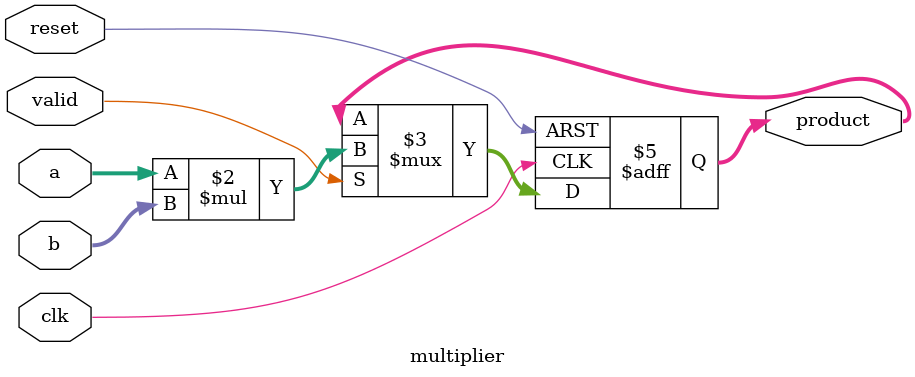
<source format=sv>
module multiplier #(
    parameter DATA_WIDTH = 8, 
    parameter PRODUCT_WIDTH = DATA_WIDTH * 2 
)(
    input logic clk,
    input logic reset,
    input logic valid,                        
    input logic signed [DATA_WIDTH-1:0] a,   
    input logic signed [DATA_WIDTH-1:0] b,    
    output logic signed [PRODUCT_WIDTH-1:0] product 
);

    always_ff @(posedge clk or posedge reset) begin
        if (reset) begin
            product <= 0;
        end else if (valid) begin
            product <= a * b;
            // https://en.wikipedia.org/wiki/Booth%27s_multiplication_algorithm
        end
    end

endmodule
</source>
